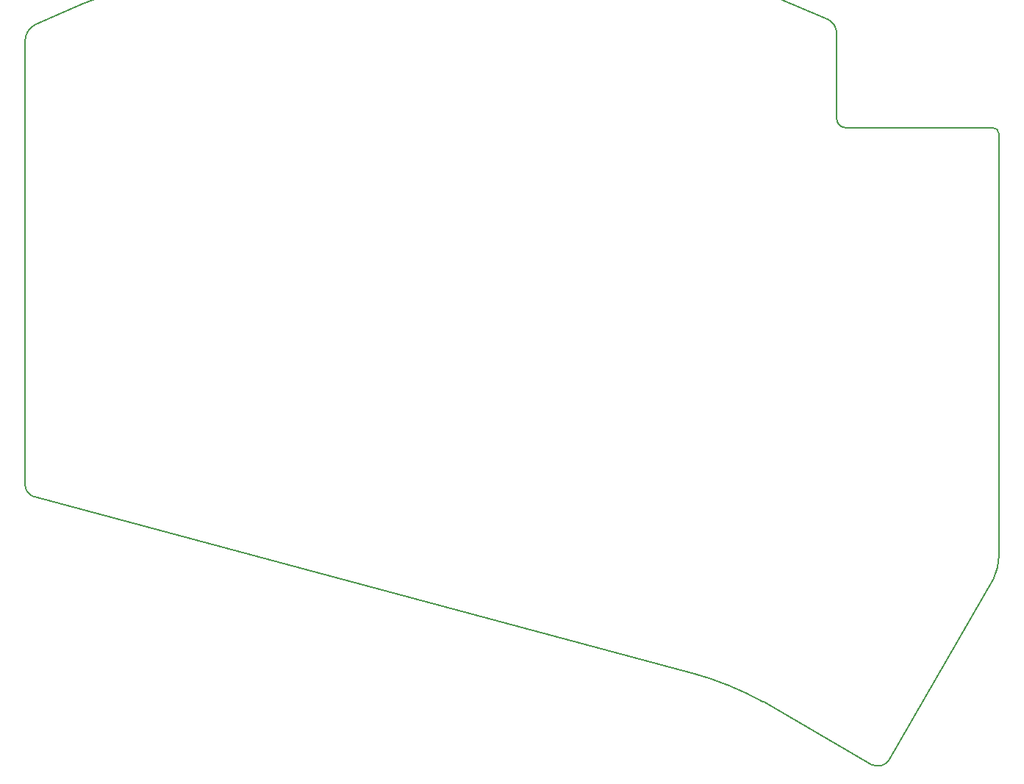
<source format=gm1>
G04 #@! TF.GenerationSoftware,KiCad,Pcbnew,(6.0.6)*
G04 #@! TF.CreationDate,2022-07-19T13:35:42+08:00*
G04 #@! TF.ProjectId,Kretstr_d,4b726574-7374-472e-9464-2e6b69636164,rev?*
G04 #@! TF.SameCoordinates,Original*
G04 #@! TF.FileFunction,Profile,NP*
%FSLAX46Y46*%
G04 Gerber Fmt 4.6, Leading zero omitted, Abs format (unit mm)*
G04 Created by KiCad (PCBNEW (6.0.6)) date 2022-07-19 13:35:42*
%MOMM*%
%LPD*%
G01*
G04 APERTURE LIST*
G04 #@! TA.AperFunction,Profile*
%ADD10C,0.150000*%
G04 #@! TD*
G04 APERTURE END LIST*
D10*
X176932489Y-143196510D02*
X164410289Y-135982910D01*
X80427151Y-112346127D02*
X156155289Y-132630110D01*
X79359141Y-59901314D02*
X79359141Y-110876358D01*
X172832333Y-58935914D02*
G75*
G03*
X171765551Y-57284914I-1786033J16114D01*
G01*
X191522090Y-70511682D02*
X191522090Y-119193983D01*
X171765551Y-57284914D02*
G75*
G03*
X80579551Y-57894514I-44935471J-98660296D01*
G01*
X190826289Y-69801726D02*
X173899151Y-69812498D01*
X172832303Y-68745699D02*
G75*
G03*
X173899151Y-69812498I1089197J22399D01*
G01*
X80579577Y-57894568D02*
G75*
G03*
X79359141Y-59901314I912323J-1929332D01*
G01*
X79359101Y-110876357D02*
G75*
G03*
X80427151Y-112346127I1486499J-42743D01*
G01*
X190946694Y-121683185D02*
G75*
G03*
X191522090Y-119193983I-5574494J2599685D01*
G01*
X164410287Y-135982914D02*
G75*
G03*
X156155289Y-132630110I-17950187J-32356686D01*
G01*
X178839290Y-142688983D02*
X190946690Y-121683183D01*
X191522117Y-70511683D02*
G75*
G03*
X190826289Y-69801726I-695017J14783D01*
G01*
X176932471Y-143196547D02*
G75*
G03*
X178839290Y-142688983I664929J1337547D01*
G01*
X172832351Y-58935914D02*
X172832351Y-68745698D01*
M02*

</source>
